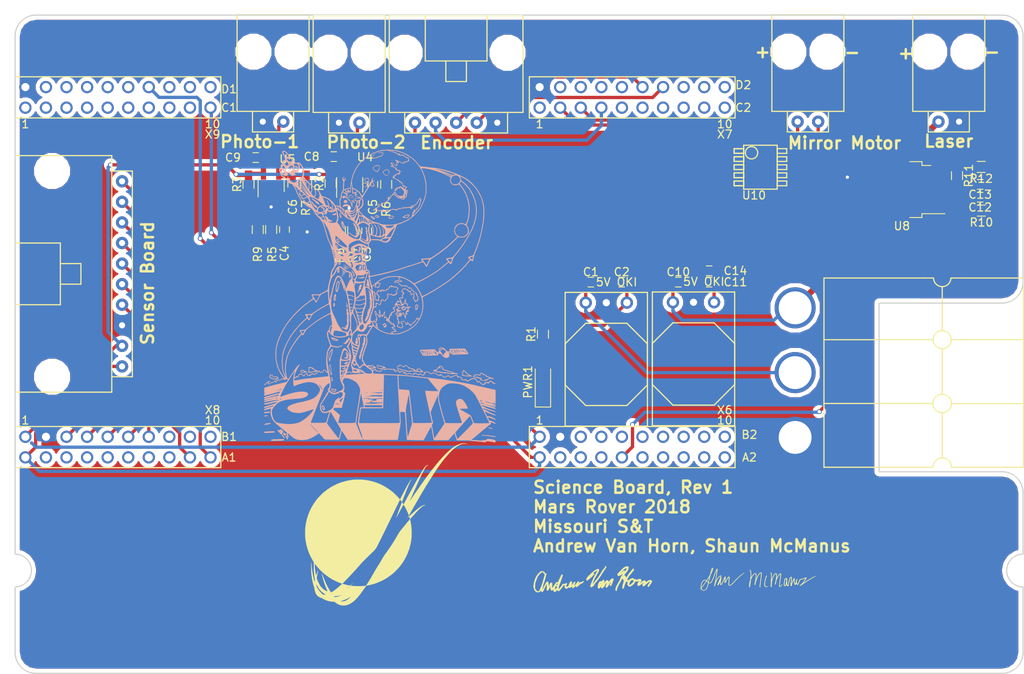
<source format=kicad_pcb>
(kicad_pcb (version 4) (host pcbnew 4.0.7)
  (title_block (title "Science Box Board") (date 2018-03-25) (rev "Rev 1") (company "Mars Rover Design Team") (comment 1 "Shaun McManus") (comment 2 "Andrew Van Horn"))
  (layers (0 F.Cu signal) (31 B.Cu signal) (34 B.Paste user) (35 F.Paste user) (36 B.SilkS user) (37 F.SilkS user) (38 B.Mask user) (39 F.Mask user) (44 Edge.Cuts user))
  (net 0 "")
  (net 1 LOGIC-12V)
  (net 2 GND)
  (net 3 LOGIC-5V)
  (net 4 "Net-(C3-Pad2)")
  (net 5 "Net-(C4-Pad2)")
  (net 6 "Net-(C5-Pad1)")
  (net 7 "Net-(C5-Pad2)")
  (net 8 "Net-(C6-Pad1)")
  (net 9 "Net-(C6-Pad2)")
  (net 10 ACT-12V)
  (net 11 ACT-5V)
  (net 12 "Net-(C13-Pad2)")
  (net 13 "Net-(PWR1-Pad2)")
  (net 14 LASER-CTRL_AIN_7)
  (net 15 "Net-(R11-Pad1)")
  (net 16 magINCn)
  (net 17 magDECn)
  (net 18 "Net-(U7-PadRese)")
  (net 19 MOTOR_IN1)
  (net 20 MOTOR_IN2)
  (net 21 LINEAR_ENCODER)
  (net 22 METHANE_AIN_3)
  (net 23 AMMONIA_AIN_2)
  (net 24 UV_AIN_1)
  (net 25 HUMIDITY_AIN_0)
  (net 26 TEMP_AIN_4)
  (net 27 PRESSURE_I2C_0-SCL)
  (net 28 PRESSURE_I2C_0-SDA)
  (net 29 "Net-(U10-Pad9)")
  (net 30 "Net-(U10-Pad7)")
  (net 31 PHOTODIODE_1)
  (net 32 +3V3)
  (module MRDT_Shields:TM4C129E_Launchpad_FULL_Booster (layer F.Cu) (at 118.0084 127.3048)
    (fp_text reference U7 hide)
    (fp_text value TM4C129E_Launchpad_Full hide)
    (fp_text user 1 (at 1.27 -42.418 180) (layer F.SilkS))
    (fp_text user 10 (at 24.384 -42.418 180) (layer F.SilkS))
    (fp_text user 1 (at 1.27 -5.842 180) (layer F.SilkS))
    (fp_text user 10 (at 24.384 -5.842 180) (layer F.SilkS))
    (fp_text user 1 (at 64.77 -42.418 180) (layer F.SilkS))
    (fp_text user 10 (at 87.63 -42.418 180) (layer F.SilkS))
    (fp_text user 10 (at 87.63 -5.842 180) (layer F.SilkS))
    (fp_text user 1 (at 64.77 -5.842 180) (layer F.SilkS))
    (fp_text user X9 (at 24.384 -41.148 180) (layer F.SilkS))
    (fp_text user X8 (at 24.384 -7.112 180) (layer F.SilkS))
    (fp_text user X7 (at 87.63 -41.148 180) (layer F.SilkS))
    (fp_text user X6 (at 87.63 -7.112) (layer F.SilkS))
    (fp_text user C1 (at 26.416 -44.45 180) (layer F.SilkS))
    (fp_text user D1 (at 26.416 -46.736 180) (layer F.SilkS))
    (fp_text user C2 (at 89.916 -44.45 180) (layer F.SilkS))
    (fp_text user D2 (at 89.916 -47.244) (layer F.SilkS))
    (fp_text user B1 (at 26.416 -3.81 180) (layer F.SilkS))
    (fp_text user A1 (at 26.416 -1.27 180) (layer F.SilkS))
    (fp_text user B2 (at 90.678 -4.064 180) (layer F.SilkS))
    (fp_text user A2 (at 90.678 -1.27 180) (layer F.SilkS))
    (pad +3V3 thru_hole circle (at 64.77 -1.27 180) (size 1.52 1.52) (drill 1) (layers *.Cu *.Mask F.Paste) (net 32 +3V3))
    (pad PM6 thru_hole circle (at 87.63 -46.99 180) (size 1.52 1.52) (drill 1) (layers *.Cu *.Mask F.Paste))
    (pad PQ1 thru_hole circle (at 85.09 -46.99 180) (size 1.52 1.52) (drill 1) (layers *.Cu *.Mask F.Paste))
    (pad PQ2 thru_hole circle (at 77.47 -46.99 180) (size 1.52 1.52) (drill 1) (layers *.Cu *.Mask F.Paste) (net 16 magINCn))
    (pad PK0 thru_hole circle (at 74.93 -3.81 180) (size 1.52 1.52) (drill 1) (layers *.Cu *.Mask F.Paste))
    (pad PQ3 thru_hole circle (at 80.01 -46.99 180) (size 1.52 1.52) (drill 1) (layers *.Cu *.Mask F.Paste) (net 17 magDECn))
    (pad PP3 thru_hole circle (at 82.55 -46.99 180) (size 1.52 1.52) (drill 1) (layers *.Cu *.Mask F.Paste))
    (pad PQ0 thru_hole circle (at 80.01 -1.27 180) (size 1.52 1.52) (drill 1) (layers *.Cu *.Mask F.Paste))
    (pad PA4 thru_hole circle (at 85.09 -3.81 180) (size 1.52 1.52) (drill 1) (layers *.Cu *.Mask F.Paste))
    (pad Rese thru_hole circle (at 74.93 -46.99 180) (size 1.52 1.52) (drill 1) (layers *.Cu *.Mask F.Paste) (net 18 "Net-(U7-PadRese)"))
    (pad PA7 thru_hole circle (at 72.39 -46.99 180) (size 1.52 1.52) (drill 1) (layers *.Cu *.Mask F.Paste))
    (pad PN5 thru_hole circle (at 85.09 -1.27 180) (size 1.52 1.52) (drill 1) (layers *.Cu *.Mask F.Paste))
    (pad PK2 thru_hole circle (at 80.01 -3.81 180) (size 1.52 1.52) (drill 1) (layers *.Cu *.Mask F.Paste))
    (pad PK1 thru_hole circle (at 77.47 -3.81 180) (size 1.52 1.52) (drill 1) (layers *.Cu *.Mask F.Paste))
    (pad +5V thru_hole circle (at 64.77 -3.81 180) (size 1.52 1.52) (drill 1) (layers *.Cu *.Mask F.Paste) (net 3 LOGIC-5V))
    (pad GND thru_hole circle (at 67.31 -3.81 180) (size 1.52 1.52) (drill 1) (layers *.Cu *.Mask F.Paste) (net 2 GND))
    (pad PB4 thru_hole circle (at 69.85 -3.81 180) (size 1.52 1.52) (drill 1) (layers *.Cu *.Mask F.Paste))
    (pad PB5 thru_hole circle (at 72.39 -3.81 180) (size 1.52 1.52) (drill 1) (layers *.Cu *.Mask F.Paste))
    (pad PK3 thru_hole circle (at 82.55 -3.81 180) (size 1.52 1.52) (drill 1) (layers *.Cu *.Mask F.Paste))
    (pad PA5 thru_hole circle (at 87.63 -3.81 180) (size 1.52 1.52) (drill 1) (layers *.Cu *.Mask F.Paste))
    (pad PD2 thru_hole circle (at 67.31 -1.27 180) (size 1.52 1.52) (drill 1) (layers *.Cu *.Mask F.Paste))
    (pad PP0 thru_hole circle (at 69.85 -1.27 180) (size 1.52 1.52) (drill 1) (layers *.Cu *.Mask F.Paste))
    (pad PP1 thru_hole circle (at 72.39 -1.27 180) (size 1.52 1.52) (drill 1) (layers *.Cu *.Mask F.Paste))
    (pad PD4 thru_hole circle (at 74.93 -1.27 180) (size 1.52 1.52) (drill 1) (layers *.Cu *.Mask F.Paste) (net 14 LASER-CTRL_AIN_7))
    (pad PD5 thru_hole circle (at 77.47 -1.27 180) (size 1.52 1.52) (drill 1) (layers *.Cu *.Mask F.Paste))
    (pad PP4 thru_hole circle (at 82.55 -1.27 180) (size 1.52 1.52) (drill 1) (layers *.Cu *.Mask F.Paste))
    (pad PN4 thru_hole circle (at 87.63 -1.27 180) (size 1.52 1.52) (drill 1) (layers *.Cu *.Mask F.Paste))
    (pad PG1 thru_hole circle (at 64.77 -44.45 180) (size 1.52 1.52) (drill 1) (layers *.Cu *.Mask F.Paste))
    (pad PK4 thru_hole circle (at 67.31 -44.45 180) (size 1.52 1.52) (drill 1) (layers *.Cu *.Mask F.Paste) (net 19 MOTOR_IN1))
    (pad PK5 thru_hole circle (at 69.85 -44.45 180) (size 1.52 1.52) (drill 1) (layers *.Cu *.Mask F.Paste) (net 20 MOTOR_IN2))
    (pad PM0 thru_hole circle (at 72.39 -44.45 180) (size 1.52 1.52) (drill 1) (layers *.Cu *.Mask F.Paste) (net 21 LINEAR_ENCODER))
    (pad PM1 thru_hole circle (at 74.93 -44.45 180) (size 1.52 1.52) (drill 1) (layers *.Cu *.Mask F.Paste))
    (pad PM2 thru_hole circle (at 77.47 -44.45 180) (size 1.52 1.52) (drill 1) (layers *.Cu *.Mask F.Paste))
    (pad PH0 thru_hole circle (at 80.01 -44.45 180) (size 1.52 1.52) (drill 1) (layers *.Cu *.Mask F.Paste))
    (pad PH1 thru_hole circle (at 82.55 -44.45 180) (size 1.52 1.52) (drill 1) (layers *.Cu *.Mask F.Paste))
    (pad PK6 thru_hole circle (at 85.09 -44.45 180) (size 1.52 1.52) (drill 1) (layers *.Cu *.Mask F.Paste))
    (pad PK7 thru_hole circle (at 87.63 -44.45 180) (size 1.52 1.52) (drill 1) (layers *.Cu *.Mask F.Paste))
    (pad GND thru_hole circle (at 64.77 -46.99 180) (size 1.52 1.52) (drill 1) (layers *.Cu *.Mask F.Paste) (net 2 GND))
    (pad PM7 thru_hole circle (at 67.31 -46.99 180) (size 1.52 1.52) (drill 1) (layers *.Cu *.Mask F.Paste))
    (pad PP5 thru_hole circle (at 69.85 -46.99 180) (size 1.52 1.52) (drill 1) (layers *.Cu *.Mask F.Paste))
    (pad +5V thru_hole circle (at 1.27 -3.81 180) (size 1.52 1.52) (drill 1) (layers *.Cu *.Mask F.Paste) (net 3 LOGIC-5V))
    (pad GND thru_hole circle (at 3.81 -3.81 180) (size 1.52 1.52) (drill 1) (layers *.Cu *.Mask F.Paste) (net 2 GND))
    (pad PE0 thru_hole circle (at 6.35 -3.81 180) (size 1.52 1.52) (drill 1) (layers *.Cu *.Mask F.Paste) (net 22 METHANE_AIN_3))
    (pad PE1 thru_hole circle (at 8.89 -3.81 180) (size 1.52 1.52) (drill 1) (layers *.Cu *.Mask F.Paste) (net 23 AMMONIA_AIN_2))
    (pad PE2 thru_hole circle (at 11.43 -3.81 180) (size 1.52 1.52) (drill 1) (layers *.Cu *.Mask F.Paste) (net 24 UV_AIN_1))
    (pad PE3 thru_hole circle (at 13.97 -3.81 180) (size 1.52 1.52) (drill 1) (layers *.Cu *.Mask F.Paste) (net 25 HUMIDITY_AIN_0))
    (pad PD7 thru_hole circle (at 16.51 -3.81 180) (size 1.52 1.52) (drill 1) (layers *.Cu *.Mask F.Paste) (net 26 TEMP_AIN_4))
    (pad PA6 thru_hole circle (at 19.05 -3.81 180) (size 1.52 1.52) (drill 1) (layers *.Cu *.Mask F.Paste))
    (pad PM4 thru_hole circle (at 21.59 -3.81 180) (size 1.52 1.52) (drill 1) (layers *.Cu *.Mask F.Paste))
    (pad PM5 thru_hole circle (at 24.13 -3.81 180) (size 1.52 1.52) (drill 1) (layers *.Cu *.Mask F.Paste))
    (pad +3V3 thru_hole circle (at 1.27 -1.27 180) (size 1.52 1.52) (drill 1) (layers *.Cu *.Mask F.Paste) (net 32 +3V3))
    (pad PE4 thru_hole circle (at 3.81 -1.27 180) (size 1.52 1.52) (drill 1) (layers *.Cu *.Mask F.Paste))
    (pad PC4 thru_hole circle (at 6.35 -1.27 180) (size 1.52 1.52) (drill 1) (layers *.Cu *.Mask F.Paste))
    (pad PC5 thru_hole circle (at 8.89 -1.27 180) (size 1.52 1.52) (drill 1) (layers *.Cu *.Mask F.Paste))
    (pad PC6 thru_hole circle (at 11.43 -1.27 180) (size 1.52 1.52) (drill 1) (layers *.Cu *.Mask F.Paste))
    (pad PE5 thru_hole circle (at 13.97 -1.27 180) (size 1.52 1.52) (drill 1) (layers *.Cu *.Mask F.Paste))
    (pad PD3 thru_hole circle (at 16.51 -1.27 180) (size 1.52 1.52) (drill 1) (layers *.Cu *.Mask F.Paste))
    (pad PC7 thru_hole circle (at 19.05 -1.27 180) (size 1.52 1.52) (drill 1) (layers *.Cu *.Mask F.Paste))
    (pad PB2 thru_hole circle (at 21.59 -1.27 180) (size 1.52 1.52) (drill 1) (layers *.Cu *.Mask F.Paste) (net 27 PRESSURE_I2C_0-SCL))
    (pad PB3 thru_hole circle (at 24.13 -1.27 180) (size 1.52 1.52) (drill 1) (layers *.Cu *.Mask F.Paste) (net 28 PRESSURE_I2C_0-SDA))
    (pad PF1 thru_hole circle (at 1.27 -44.45 180) (size 1.52 1.52) (drill 1) (layers *.Cu *.Mask F.Paste))
    (pad PF2 thru_hole circle (at 3.81 -44.45 180) (size 1.52 1.52) (drill 1) (layers *.Cu *.Mask F.Paste))
    (pad PF3 thru_hole circle (at 6.35 -44.45 180) (size 1.52 1.52) (drill 1) (layers *.Cu *.Mask F.Paste))
    (pad PG0 thru_hole circle (at 8.89 -44.45 180) (size 1.52 1.52) (drill 1) (layers *.Cu *.Mask F.Paste))
    (pad PL4 thru_hole circle (at 11.43 -44.45 180) (size 1.52 1.52) (drill 1) (layers *.Cu *.Mask F.Paste))
    (pad PL5 thru_hole circle (at 13.97 -44.45 180) (size 1.52 1.52) (drill 1) (layers *.Cu *.Mask F.Paste))
    (pad PL0 thru_hole circle (at 16.51 -44.45 180) (size 1.52 1.52) (drill 1) (layers *.Cu *.Mask F.Paste))
    (pad PL1 thru_hole circle (at 19.05 -44.45 180) (size 1.52 1.52) (drill 1) (layers *.Cu *.Mask F.Paste))
    (pad PL2 thru_hole circle (at 21.59 -44.45 180) (size 1.52 1.52) (drill 1) (layers *.Cu *.Mask F.Paste))
    (pad PL3 thru_hole circle (at 24.13 -44.45 180) (size 1.52 1.52) (drill 1) (layers *.Cu *.Mask F.Paste))
    (pad GND thru_hole circle (at 1.27 -46.99 180) (size 1.52 1.52) (drill 1) (layers *.Cu *.Mask F.Paste) (net 2 GND))
    (pad PM3 thru_hole circle (at 3.81 -46.99 180) (size 1.52 1.52) (drill 1) (layers *.Cu *.Mask F.Paste))
    (pad PH2 thru_hole circle (at 6.35 -46.99 180) (size 1.52 1.52) (drill 1) (layers *.Cu *.Mask F.Paste))
    (pad PH3 thru_hole circle (at 8.89 -46.99 180) (size 1.52 1.52) (drill 1) (layers *.Cu *.Mask F.Paste))
    (pad Rese thru_hole circle (at 11.43 -46.99 180) (size 1.52 1.52) (drill 1) (layers *.Cu *.Mask F.Paste) (net 18 "Net-(U7-PadRese)"))
    (pad PD1 thru_hole circle (at 13.97 -46.99 180) (size 1.52 1.52) (drill 1) (layers *.Cu *.Mask F.Paste))
    (pad PD0 thru_hole circle (at 16.51 -46.99 180) (size 1.52 1.52) (drill 1) (layers *.Cu *.Mask F.Paste) (net 31 PHOTODIODE_1))
    (pad PN2 thru_hole circle (at 19.05 -46.99 180) (size 1.52 1.52) (drill 1) (layers *.Cu *.Mask F.Paste))
    (pad PN3 thru_hole circle (at 21.59 -46.99 180) (size 1.52 1.52) (drill 1) (layers *.Cu *.Mask F.Paste))
    (pad PP2 thru_hole circle (at 24.13 -46.99 180) (size 1.52 1.52) (drill 1) (layers *.Cu *.Mask F.Paste))
  )
  (module MRDT_ICs:SOIC_10NB_2 (layer F.Cu) (at 206.7856 87.9148 270)
    (fp_text reference U10 (at 5.7604 -2.4596 360) (layer F.SilkS))
    (fp_text value LB1930MC)
    (pad 10 smd rect (at 0.29 -5.91 270) (size 0.58 1.18) (layers F.Cu F.Paste F.Mask))
    (pad 9 smd rect (at 1.29 -5.91 270) (size 0.58 1.18) (layers F.Cu F.Paste F.Mask) (net 29 "Net-(U10-Pad9)"))
    (pad 8 smd rect (at 2.29 -5.91 270) (size 0.58 1.18) (layers F.Cu F.Paste F.Mask))
    (pad 7 smd rect (at 3.29 -5.91 270) (size 0.58 1.18) (layers F.Cu F.Paste F.Mask) (net 30 "Net-(U10-Pad7)"))
    (pad 6 smd rect (at 4.29 -5.91 270) (size 0.58 1.18) (layers F.Cu F.Paste F.Mask) (net 2 GND))
    (pad 1 smd rect (at 0.29 -0.58 270) (size 0.58 1.18) (layers F.Cu F.Paste F.Mask) (net 11 ACT-5V))
    (pad 2 smd rect (at 1.29 -0.58 270) (size 0.58 1.18) (layers F.Cu F.Paste F.Mask))
    (pad 3 smd rect (at 2.29 -0.59 270) (size 0.58 1.18) (layers F.Cu F.Paste F.Mask) (net 19 MOTOR_IN1))
    (pad 4 smd rect (at 3.29 -0.59 270) (size 0.58 1.18) (layers F.Cu F.Paste F.Mask) (net 20 MOTOR_IN2))
    (pad 5 smd rect (at 4.29 -0.59 270) (size 0.58 1.18) (layers F.Cu F.Paste F.Mask) (net 2 GND))
  )
  (module MRDT_Connectors:MOLEX_SL_5_Horizontal (layer F.Cu) (at 172.466 84.709)
    (fp_text reference U13 hide)
    (fp_text value Molex_SL_5)
    (pad 1 thru_hole circle (at -5.08 0) (size 1.524 1.524) (drill 0.762) (layers *.Cu *.Mask) (net 32 +3V3))
    (pad 2 thru_hole circle (at -2.54 0) (size 1.524 1.524) (drill 0.762) (layers *.Cu *.Mask) (net 21 LINEAR_ENCODER))
    (pad 3 thru_hole circle (at 0 0) (size 1.524 1.524) (drill 0.762) (layers *.Cu *.Mask) (net 16 magINCn))
    (pad 4 thru_hole circle (at 2.54 0) (size 1.524 1.524) (drill 0.762) (layers *.Cu *.Mask) (net 17 magDECn))
    (pad 5 thru_hole circle (at 5.08 0) (size 1.524 1.524) (drill 0.762) (layers *.Cu *.Mask) (net 2 GND))
    (pad "" np_thru_hole circle (at -6.35 -8.636) (size 3.45 3.45) (drill 3.45) (layers *.Cu *.Mask))
    (pad "" np_thru_hole circle (at 6.35 -8.636) (size 3.45 3.45) (drill 3.45) (layers *.Cu *.Mask))
  )
  (module MRDT_Connectors:Anderson_3_Horisontal_Side_by_Side (layer F.Cu) (at 217.9066 103.887 180)
    (fp_text reference C7 hide)
    (fp_text value Anderson_3)
    (pad 3 thru_hole circle (at 3.5814 -3.684 180) (size 5.08 5.08) (drill 4.06) (layers *.Cu *.Mask F.Paste) (net 10 ACT-12V))
    (pad 2 thru_hole circle (at 3.5814 -11.683 180) (size 5.08 5.08) (drill 4.06) (layers *.Cu *.Mask F.Paste) (net 1 LOGIC-12V))
    (pad 1 thru_hole circle (at 3.5814 -19.684 180) (size 5.08 5.08) (drill 4.06) (layers *.Cu *.Mask F.Paste) (net 2 GND))
  )
  (module Capacitors_SMD:C_0603_HandSoldering (layer F.Cu) (at 192.913 104.394)
    (fp_text reference C2 (at 0 -1.25) (layer F.SilkS))
    (fp_text value 10uF)
    (pad 1 smd rect (at -0.95 0) (size 1.2 0.75) (layers F.Cu F.Paste F.Mask) (net 2 GND))
    (pad 2 smd rect (at 0.95 0) (size 1.2 0.75) (layers F.Cu F.Paste F.Mask) (net 3 LOGIC-5V))
  )
  (module MRDT_Connectors:MOLEX_SL_10_Horizontal (layer F.Cu) (at 131.2164 103.378 90)
    (fp_text reference U11 hide)
    (fp_text value Molex_SL-10)
    (pad 1 thru_hole circle (at -11.43 0 90) (size 1.524 1.524) (drill 0.762) (layers *.Cu *.Mask) (net 32 +3V3))
    (pad 2 thru_hole circle (at -8.89 0 90) (size 1.524 1.524) (drill 0.762) (layers *.Cu *.Mask) (net 3 LOGIC-5V))
    (pad 3 thru_hole circle (at -6.35 0 90) (size 1.524 1.524) (drill 0.762) (layers *.Cu *.Mask) (net 2 GND))
    (pad 4 thru_hole circle (at -3.81 0 90) (size 1.524 1.524) (drill 0.762) (layers *.Cu *.Mask) (net 22 METHANE_AIN_3))
    (pad 5 thru_hole circle (at -1.27 0 90) (size 1.524 1.524) (drill 0.762) (layers *.Cu *.Mask) (net 23 AMMONIA_AIN_2))
    (pad "" np_thru_hole circle (at -12.7 -8.636 90) (size 3.45 3.45) (drill 3.45) (layers *.Cu *.Mask))
    (pad "" np_thru_hole circle (at 12.7 -8.636 90) (size 3.45 3.45) (drill 3.45) (layers *.Cu *.Mask))
    (pad 6 thru_hole circle (at 1.27 0 90) (size 1.524 1.524) (drill 0.762) (layers *.Cu *.Mask) (net 24 UV_AIN_1))
    (pad 7 thru_hole circle (at 3.81 0 90) (size 1.524 1.524) (drill 0.762) (layers *.Cu *.Mask) (net 25 HUMIDITY_AIN_0))
    (pad 8 thru_hole circle (at 6.35 0 90) (size 1.524 1.524) (drill 0.762) (layers *.Cu *.Mask) (net 26 TEMP_AIN_4))
    (pad 9 thru_hole circle (at 8.89 0 90) (size 1.524 1.524) (drill 0.762) (layers *.Cu *.Mask) (net 27 PRESSURE_I2C_0-SCL))
    (pad 10 thru_hole circle (at 11.43 0 90) (size 1.524 1.524) (drill 0.762) (layers *.Cu *.Mask) (net 28 PRESSURE_I2C_0-SDA))
  )
  (module Capacitors_SMD:C_0603_HandSoldering (layer F.Cu) (at 189.103 104.394)
    (fp_text reference C1 (at 0 -1.25) (layer F.SilkS))
    (fp_text value 10uF)
    (pad 1 smd rect (at -0.95 0) (size 1.2 0.75) (layers F.Cu F.Paste F.Mask) (net 1 LOGIC-12V))
    (pad 2 smd rect (at 0.95 0) (size 1.2 0.75) (layers F.Cu F.Paste F.Mask) (net 2 GND))
  )
  (module Capacitors_SMD:C_0603_HandSoldering (layer F.Cu) (at 161.417 98.044 90)
    (fp_text reference C3 (at -2.921 0 90) (layer F.SilkS))
    (fp_text value 1uF)
    (pad 1 smd rect (at -0.95 0 90) (size 1.2 0.75) (layers F.Cu F.Paste F.Mask) (net 2 GND))
    (pad 2 smd rect (at 0.95 0 90) (size 1.2 0.75) (layers F.Cu F.Paste F.Mask) (net 4 "Net-(C3-Pad2)"))
  )
  (module Capacitors_SMD:C_0603_HandSoldering (layer F.Cu) (at 151.274308 97.905966 90)
    (fp_text reference C4 (at -2.921 0 90) (layer F.SilkS))
    (fp_text value 1uF)
    (pad 1 smd rect (at -0.95 0 90) (size 1.2 0.75) (layers F.Cu F.Paste F.Mask) (net 2 GND))
    (pad 2 smd rect (at 0.95 0 90) (size 1.2 0.75) (layers F.Cu F.Paste F.Mask) (net 5 "Net-(C4-Pad2)"))
  )
  (module Capacitors_SMD:C_0603_HandSoldering (layer F.Cu) (at 162.179 92.329 90)
    (fp_text reference C5 (at -2.794 0 90) (layer F.SilkS))
    (fp_text value 2.7pF)
    (pad 1 smd rect (at -0.95 0 90) (size 1.2 0.75) (layers F.Cu F.Paste F.Mask) (net 6 "Net-(C5-Pad1)"))
    (pad 2 smd rect (at 0.95 0 90) (size 1.2 0.75) (layers F.Cu F.Paste F.Mask) (net 7 "Net-(C5-Pad2)"))
  )
  (module Capacitors_SMD:C_0603_HandSoldering (layer F.Cu) (at 152.290308 92.317966 90)
    (fp_text reference C6 (at -2.794 0 90) (layer F.SilkS))
    (fp_text value 2.7pF)
    (pad 1 smd rect (at -0.95 0 90) (size 1.2 0.75) (layers F.Cu F.Paste F.Mask) (net 8 "Net-(C6-Pad1)"))
    (pad 2 smd rect (at 0.95 0 90) (size 1.2 0.75) (layers F.Cu F.Paste F.Mask) (net 9 "Net-(C6-Pad2)"))
  )
  (module Capacitors_SMD:C_0603_HandSoldering (layer F.Cu) (at 157.353 88.9)
    (fp_text reference C8 (at -2.7305 0 180) (layer F.SilkS))
    (fp_text value .1uF)
    (pad 1 smd rect (at -0.95 0) (size 1.2 0.75) (layers F.Cu F.Paste F.Mask) (net 2 GND))
    (pad 2 smd rect (at 0.95 0) (size 1.2 0.75) (layers F.Cu F.Paste F.Mask) (net 3 LOGIC-5V))
  )
  (module Capacitors_SMD:C_0603_HandSoldering (layer F.Cu) (at 147.718308 89.015966)
    (fp_text reference C9 (at -2.811308 0 180) (layer F.SilkS))
    (fp_text value .1uF)
    (pad 1 smd rect (at -0.95 0) (size 1.2 0.75) (layers F.Cu F.Paste F.Mask) (net 2 GND))
    (pad 2 smd rect (at 0.95 0) (size 1.2 0.75) (layers F.Cu F.Paste F.Mask) (net 3 LOGIC-5V))
  )
  (module Capacitors_SMD:C_0603_HandSoldering (layer F.Cu) (at 199.898 104.394)
    (fp_text reference C10 (at 0 -1.25) (layer F.SilkS))
    (fp_text value 10uF)
    (pad 1 smd rect (at -0.95 0) (size 1.2 0.75) (layers F.Cu F.Paste F.Mask) (net 10 ACT-12V))
    (pad 2 smd rect (at 0.95 0) (size 1.2 0.75) (layers F.Cu F.Paste F.Mask) (net 2 GND))
  )
  (module Capacitors_SMD:C_0603_HandSoldering (layer F.Cu) (at 203.708 104.394)
    (fp_text reference C11 (at 3.2385 0) (layer F.SilkS))
    (fp_text value 10uF)
    (pad 1 smd rect (at -0.95 0) (size 1.2 0.75) (layers F.Cu F.Paste F.Mask) (net 2 GND))
    (pad 2 smd rect (at 0.95 0) (size 1.2 0.75) (layers F.Cu F.Paste F.Mask) (net 11 ACT-5V))
  )
  (module Capacitors_SMD:C_0603_HandSoldering (layer F.Cu) (at 237.1725 93.9165 180)
    (fp_text reference C12 (at 0 -1.25 180) (layer F.SilkS))
    (fp_text value 33uF)
    (pad 1 smd rect (at -0.95 0 180) (size 1.2 0.75) (layers F.Cu F.Paste F.Mask) (net 2 GND))
    (pad 2 smd rect (at 0.95 0 180) (size 1.2 0.75) (layers F.Cu F.Paste F.Mask) (net 10 ACT-12V))
  )
  (module Capacitors_SMD:C_0603_HandSoldering (layer F.Cu) (at 237.1725 92.329 180)
    (fp_text reference C13 (at 0 -1.25 180) (layer F.SilkS))
    (fp_text value 22uF)
    (pad 1 smd rect (at -0.95 0 180) (size 1.2 0.75) (layers F.Cu F.Paste F.Mask) (net 2 GND))
    (pad 2 smd rect (at 0.95 0 180) (size 1.2 0.75) (layers F.Cu F.Paste F.Mask) (net 12 "Net-(C13-Pad2)"))
  )
  (module Capacitors_SMD:C_0603_HandSoldering (layer F.Cu) (at 203.7105 102.997)
    (fp_text reference C14 (at 3.236 0) (layer F.SilkS))
    (fp_text value 1uF)
    (pad 1 smd rect (at -0.95 0) (size 1.2 0.75) (layers F.Cu F.Paste F.Mask) (net 2 GND))
    (pad 2 smd rect (at 0.95 0) (size 1.2 0.75) (layers F.Cu F.Paste F.Mask) (net 11 ACT-5V))
  )
  (module LEDs:LED_1206_HandSoldering (layer F.Cu) (at 183.1848 116.7196 90)
    (fp_text reference PWR1 (at 0 -1.85 90) (layer F.SilkS))
    (fp_text value LED)
    (pad 1 smd rect (at -2 0 90) (size 2 1.7) (layers F.Cu F.Paste F.Mask) (net 2 GND))
    (pad 2 smd rect (at 2 0 90) (size 2 1.7) (layers F.Cu F.Paste F.Mask) (net 13 "Net-(PWR1-Pad2)"))
  )
  (module Resistors_SMD:R_0603_HandSoldering (layer F.Cu) (at 183.1848 110.828 90)
    (fp_text reference R1 (at 0 -1.45 90) (layer F.SilkS))
    (fp_text value 500)
    (pad 1 smd rect (at -1.1 0 90) (size 1.2 0.9) (layers F.Cu F.Paste F.Mask) (net 13 "Net-(PWR1-Pad2)"))
    (pad 2 smd rect (at 1.1 0 90) (size 1.2 0.9) (layers F.Cu F.Paste F.Mask) (net 3 LOGIC-5V))
  )
  (module Resistors_SMD:R_0603_HandSoldering (layer F.Cu) (at 156.972 92.202 270)
    (fp_text reference R2 (at 0 1.397 270) (layer F.SilkS))
    (fp_text value 13.7k)
    (pad 1 smd rect (at -1.1 0 270) (size 1.2 0.9) (layers F.Cu F.Paste F.Mask) (net 3 LOGIC-5V))
    (pad 2 smd rect (at 1.1 0 270) (size 1.2 0.9) (layers F.Cu F.Paste F.Mask) (net 4 "Net-(C3-Pad2)"))
  )
  (module Resistors_SMD:R_0603_HandSoldering (layer F.Cu) (at 146.829308 92.317966 270)
    (fp_text reference R3 (at 0 1.397 270) (layer F.SilkS))
    (fp_text value 13.7k)
    (pad 1 smd rect (at -1.1 0 270) (size 1.2 0.9) (layers F.Cu F.Paste F.Mask) (net 3 LOGIC-5V))
    (pad 2 smd rect (at 1.1 0 270) (size 1.2 0.9) (layers F.Cu F.Paste F.Mask) (net 5 "Net-(C4-Pad2)"))
  )
  (module Resistors_SMD:R_0603_HandSoldering (layer F.Cu) (at 159.766 98.044 270)
    (fp_text reference R4 (at 3.048 0 270) (layer F.SilkS))
    (fp_text value 280)
    (pad 1 smd rect (at -1.1 0 270) (size 1.2 0.9) (layers F.Cu F.Paste F.Mask) (net 4 "Net-(C3-Pad2)"))
    (pad 2 smd rect (at 1.1 0 270) (size 1.2 0.9) (layers F.Cu F.Paste F.Mask) (net 2 GND))
  )
  (module Resistors_SMD:R_0603_HandSoldering (layer F.Cu) (at 149.623308 97.905966 270)
    (fp_text reference R5 (at 3.048 -0.127 270) (layer F.SilkS))
    (fp_text value 280)
    (pad 1 smd rect (at -1.1 0 270) (size 1.2 0.9) (layers F.Cu F.Paste F.Mask) (net 5 "Net-(C4-Pad2)"))
    (pad 2 smd rect (at 1.1 0 270) (size 1.2 0.9) (layers F.Cu F.Paste F.Mask) (net 2 GND))
  )
  (module Resistors_SMD:R_0603_HandSoldering (layer F.Cu) (at 163.83 92.329 270)
    (fp_text reference R6 (at 3.048 0 270) (layer F.SilkS))
    (fp_text value 32.3k)
    (pad 1 smd rect (at -1.1 0 270) (size 1.2 0.9) (layers F.Cu F.Paste F.Mask) (net 7 "Net-(C5-Pad2)"))
    (pad 2 smd rect (at 1.1 0 270) (size 1.2 0.9) (layers F.Cu F.Paste F.Mask) (net 6 "Net-(C5-Pad1)"))
  )
  (module Resistors_SMD:R_0603_HandSoldering (layer F.Cu) (at 153.941308 92.317966 270)
    (fp_text reference R7 (at 2.932034 0.017308 270) (layer F.SilkS))
    (fp_text value 32.3k)
    (pad 1 smd rect (at -1.1 0 270) (size 1.2 0.9) (layers F.Cu F.Paste F.Mask) (net 9 "Net-(C6-Pad2)"))
    (pad 2 smd rect (at 1.1 0 270) (size 1.2 0.9) (layers F.Cu F.Paste F.Mask) (net 8 "Net-(C6-Pad1)"))
  )
  (module Resistors_SMD:R_0603_HandSoldering (layer F.Cu) (at 158.115 98.044 270)
    (fp_text reference R8 (at 3.048 0 270) (layer F.SilkS))
    (fp_text value 49.9)
    (pad 1 smd rect (at -1.1 0 270) (size 1.2 0.9) (layers F.Cu F.Paste F.Mask) (net 6 "Net-(C5-Pad1)"))
    (pad 2 smd rect (at 1.1 0 270) (size 1.2 0.9) (layers F.Cu F.Paste F.Mask) (net 31 PHOTODIODE_1))
  )
  (module Resistors_SMD:R_0603_HandSoldering (layer F.Cu) (at 147.972308 97.905966 270)
    (fp_text reference R9 (at 3.048 0 450) (layer F.SilkS))
    (fp_text value 49.9)
    (pad 1 smd rect (at -1.1 0 270) (size 1.2 0.9) (layers F.Cu F.Paste F.Mask) (net 8 "Net-(C6-Pad1)"))
    (pad 2 smd rect (at 1.1 0 270) (size 1.2 0.9) (layers F.Cu F.Paste F.Mask))
  )
  (module Resistors_SMD:R_0603_HandSoldering (layer F.Cu) (at 237.32 95.5675 180)
    (fp_text reference R10 (at 0 -1.45 180) (layer F.SilkS))
    (fp_text value 10k)
    (pad 1 smd rect (at -1.1 0 180) (size 1.2 0.9) (layers F.Cu F.Paste F.Mask) (net 2 GND))
    (pad 2 smd rect (at 1.1 0 180) (size 1.2 0.9) (layers F.Cu F.Paste F.Mask) (net 14 LASER-CTRL_AIN_7))
  )
  (module Resistors_SMD:R_0603_HandSoldering (layer F.Cu) (at 234.315 91.2495 270)
    (fp_text reference R11 (at 0 -1.45 270) (layer F.SilkS))
    (fp_text value 3.92k)
    (pad 1 smd rect (at -1.1 0 270) (size 1.2 0.9) (layers F.Cu F.Paste F.Mask) (net 15 "Net-(R11-Pad1)"))
    (pad 2 smd rect (at 1.1 0 270) (size 1.2 0.9) (layers F.Cu F.Paste F.Mask) (net 12 "Net-(C13-Pad2)"))
  )
  (module Resistors_SMD:R_0603_HandSoldering (layer F.Cu) (at 237.2995 90.17 180)
    (fp_text reference R12 (at 0 -1.45 180) (layer F.SilkS))
    (fp_text value 5k)
    (pad 1 smd rect (at -1.1 0 180) (size 1.2 0.9) (layers F.Cu F.Paste F.Mask) (net 2 GND))
    (pad 2 smd rect (at 1.1 0 180) (size 1.2 0.9) (layers F.Cu F.Paste F.Mask) (net 15 "Net-(R11-Pad1)"))
  )
  (module MRDT_Connectors:MOLEX_SL_2_Horizontal (layer F.Cu) (at 159.258 84.709)
    (fp_text reference U1 hide)
    (fp_text value Molex_SL-2)
    (pad "" np_thru_hole circle (at -2.415 -8.64) (size 3.45 3.45) (drill 3.45) (layers *.Cu *.Mask))
    (pad 1 thru_hole circle (at -1.27 0) (size 1.524 1.524) (drill 0.762) (layers *.Cu *.Mask) (net 2 GND))
    (pad 2 thru_hole circle (at 1.27 0) (size 1.524 1.524) (drill 0.762) (layers *.Cu *.Mask) (net 7 "Net-(C5-Pad2)"))
    (pad "" np_thru_hole circle (at 2.413 -8.636) (size 3.45 3.45) (drill 3.45) (layers *.Cu *.Mask))
  )
  (module MRDT_Connectors:MOLEX_SL_2_Horizontal (layer F.Cu) (at 149.86 84.582)
    (fp_text reference U2 hide)
    (fp_text value Molex_SL-2)
    (pad "" np_thru_hole circle (at -2.415 -8.64) (size 3.45 3.45) (drill 3.45) (layers *.Cu *.Mask))
    (pad 1 thru_hole circle (at -1.27 0) (size 1.524 1.524) (drill 0.762) (layers *.Cu *.Mask) (net 2 GND))
    (pad 2 thru_hole circle (at 1.27 0) (size 1.524 1.524) (drill 0.762) (layers *.Cu *.Mask) (net 9 "Net-(C6-Pad2)"))
    (pad "" np_thru_hole circle (at 2.413 -8.636) (size 3.45 3.45) (drill 3.45) (layers *.Cu *.Mask))
  )
  (module MRDT_Devices:OKI_Horisontal (layer F.Cu) (at 185.928 105.664)
    (fp_text reference U3 hide)
    (fp_text value "5V OKI" (at 6.35 -1.27) (layer F.SilkS))
    (pad 1 thru_hole circle (at 2.54 1.27) (size 1.524 1.524) (drill 0.889) (layers *.Cu *.Mask) (net 1 LOGIC-12V))
    (pad 2 thru_hole circle (at 5.08 1.27) (size 1.524 1.524) (drill 0.889) (layers *.Cu *.Mask) (net 2 GND))
    (pad 3 thru_hole circle (at 7.62 1.27) (size 1.524 1.524) (drill 0.889) (layers *.Cu *.Mask) (net 3 LOGIC-5V))
  )
  (module TO_SOT_Packages_SMD:SOT-23-5_HandSoldering (layer F.Cu) (at 159.324 92.376 90)
    (fp_text reference U4 (at 3.4125 1.9025 180) (layer F.SilkS))
    (fp_text value OPA320)
    (pad 1 smd rect (at -1.35 -0.95 90) (size 1.56 0.65) (layers F.Cu F.Paste F.Mask) (net 6 "Net-(C5-Pad1)"))
    (pad 2 smd rect (at -1.35 0 90) (size 1.56 0.65) (layers F.Cu F.Paste F.Mask) (net 2 GND))
    (pad 3 smd rect (at -1.35 0.95 90) (size 1.56 0.65) (layers F.Cu F.Paste F.Mask) (net 4 "Net-(C3-Pad2)"))
    (pad 4 smd rect (at 1.35 0.95 90) (size 1.56 0.65) (layers F.Cu F.Paste F.Mask) (net 7 "Net-(C5-Pad2)"))
    (pad 5 smd rect (at 1.35 -0.95 90) (size 1.56 0.65) (layers F.Cu F.Paste F.Mask) (net 3 LOGIC-5V))
  )
  (module TO_SOT_Packages_SMD:SOT-23-5_HandSoldering (layer F.Cu) (at 149.623308 92.317966 90)
    (fp_text reference U5 (at 3.100466 2.014692 180) (layer F.SilkS))
    (fp_text value OPA320)
    (pad 1 smd rect (at -1.35 -0.95 90) (size 1.56 0.65) (layers F.Cu F.Paste F.Mask) (net 8 "Net-(C6-Pad1)"))
    (pad 2 smd rect (at -1.35 0 90) (size 1.56 0.65) (layers F.Cu F.Paste F.Mask) (net 2 GND))
    (pad 3 smd rect (at -1.35 0.95 90) (size 1.56 0.65) (layers F.Cu F.Paste F.Mask) (net 5 "Net-(C4-Pad2)"))
    (pad 4 smd rect (at 1.35 0.95 90) (size 1.56 0.65) (layers F.Cu F.Paste F.Mask) (net 9 "Net-(C6-Pad2)"))
    (pad 5 smd rect (at 1.35 -0.95 90) (size 1.56 0.65) (layers F.Cu F.Paste F.Mask) (net 3 LOGIC-5V))
  )
  (module MRDT_Devices:OKI_Horisontal (layer F.Cu) (at 196.6976 105.6132)
    (fp_text reference U6 hide)
    (fp_text value "5V OKI" (at 6.35 -1.27) (layer F.SilkS))
    (pad 1 thru_hole circle (at 2.54 1.27) (size 1.524 1.524) (drill 0.889) (layers *.Cu *.Mask) (net 10 ACT-12V))
    (pad 2 thru_hole circle (at 5.08 1.27) (size 1.524 1.524) (drill 0.889) (layers *.Cu *.Mask) (net 2 GND))
    (pad 3 thru_hole circle (at 7.62 1.27) (size 1.524 1.524) (drill 0.889) (layers *.Cu *.Mask) (net 11 ACT-5V))
  )
  (module TO_SOT_Packages_SMD:TO-252-5_TabPin3 (layer F.Cu) (at 227.5115 92.97 180)
    (fp_text reference U8 (at 0 -4.5 180) (layer F.SilkS))
    (fp_text value BA00DD0WHFP)
    (pad 1 smd rect (at -4.2 -2.28 180) (size 2.2 0.8) (layers F.Cu F.Paste F.Mask) (net 14 LASER-CTRL_AIN_7))
    (pad 2 smd rect (at -4.2 -1.14 180) (size 2.2 0.8) (layers F.Cu F.Paste F.Mask) (net 10 ACT-12V))
    (pad 3 smd rect (at -4.2 0 180) (size 2.2 0.8) (layers F.Cu F.Paste F.Mask) (net 2 GND))
    (pad 4 smd rect (at -4.2 1.14 180) (size 2.2 0.8) (layers F.Cu F.Paste F.Mask) (net 12 "Net-(C13-Pad2)"))
    (pad 5 smd rect (at -4.2 2.28 180) (size 2.2 0.8) (layers F.Cu F.Paste F.Mask) (net 15 "Net-(R11-Pad1)"))
    (pad 3 smd rect (at 2.1 0 180) (size 6.4 5.8) (layers F.Cu F.Mask) (net 2 GND))
    (pad 3 smd rect (at 3.775 1.525 180) (size 3.05 2.75) (layers F.Cu F.Paste) (net 2 GND))
    (pad 3 smd rect (at 0.425 -1.525 180) (size 3.05 2.75) (layers F.Cu F.Paste) (net 2 GND))
    (pad 3 smd rect (at 3.775 -1.525 180) (size 3.05 2.75) (layers F.Cu F.Paste) (net 2 GND))
    (pad 3 smd rect (at 0.425 1.525 180) (size 3.05 2.75) (layers F.Cu F.Paste) (net 2 GND))
  )
  (module MRDT_Connectors:MOLEX_SL_2_Horizontal (layer F.Cu) (at 215.9 84.582)
    (fp_text reference U9 hide)
    (fp_text value Molex_SL_2)
    (pad "" np_thru_hole circle (at -2.415 -8.64) (size 3.45 3.45) (drill 3.45) (layers *.Cu *.Mask))
    (pad 1 thru_hole circle (at -1.27 0) (size 1.524 1.524) (drill 0.762) (layers *.Cu *.Mask) (net 29 "Net-(U10-Pad9)"))
    (pad 2 thru_hole circle (at 1.27 0) (size 1.524 1.524) (drill 0.762) (layers *.Cu *.Mask) (net 30 "Net-(U10-Pad7)"))
    (pad "" np_thru_hole circle (at 2.413 -8.636) (size 3.45 3.45) (drill 3.45) (layers *.Cu *.Mask))
  )
  (module MRDT_Connectors:MOLEX_SL_2_Horizontal (layer F.Cu) (at 233.299 84.582)
    (fp_text reference U12 hide)
    (fp_text value Molex_SL_2)
    (pad "" np_thru_hole circle (at -2.415 -8.64) (size 3.45 3.45) (drill 3.45) (layers *.Cu *.Mask))
    (pad 1 thru_hole circle (at -1.27 0) (size 1.524 1.524) (drill 0.762) (layers *.Cu *.Mask) (net 12 "Net-(C13-Pad2)"))
    (pad 2 thru_hole circle (at 1.27 0) (size 1.524 1.524) (drill 0.762) (layers *.Cu *.Mask) (net 2 GND))
    (pad "" np_thru_hole circle (at 2.413 -8.636) (size 3.45 3.45) (drill 3.45) (layers *.Cu *.Mask))
  )
  (module MRDT_Silkscreens:Andrew_Van_Horn_Sig_15mm (layer F.Cu) (at 189.23 140.97)
    (fp_text reference G*** hide)
    (fp_text value LOGO hide)
  )
  (module MRDT_Silkscreens:Atlas_Logo_28.6mmX37.3mm (layer B.Cu) (at 163.068 105.7275 180)
    (fp_text reference G*** hide)
    (fp_text value LOGO hide)
  )
  (module MRDT_Silkscreens:MRDT_Logo_20mm (layer F.Cu) (at 163.83 134.3152)
    (fp_text reference G*** hide)
    (fp_text value LOGO hide)
  )
  (module MRDT_Silkscreens:Shaun_McManus_Sig_15mm (layer F.Cu) (at 209.7532 140.9192)
    (fp_text reference G*** hide)
    (fp_text value LOGO hide)
  )
  (gr_text - (at 238.6584 75.946) (layer F.SilkS) (effects (font (size 1.5 1.5) (thickness 0.3))))
  (gr_text - (at 221.3864 75.9968) (layer F.SilkS) (effects (font (size 1.5 1.5) (thickness 0.3))))
  (gr_text + (at 227.9904 76.0984) (layer F.SilkS) (effects (font (size 1.5 1.5) (thickness 0.3))))
  (gr_text + (at 210.312 75.946) (layer F.SilkS) (effects (font (size 1.5 1.5) (thickness 0.3))))
  (gr_line (start 118.0084 74.0156) (end 118.0084 137.9728) (layer Edge.Cuts) (width 0.15))
  (gr_line (start 239.8776 71.4248) (end 120.5992 71.4248) (layer Edge.Cuts) (width 0.15))
  (gr_line (start 242.4684 104.394) (end 242.4684 74.0156) (layer Edge.Cuts) (width 0.15))
  (gr_line (start 224.6884 106.9848) (end 239.8776 106.9848) (layer Edge.Cuts) (width 0.15))
  (gr_line (start 224.6884 127.8128) (end 224.6884 106.9848) (layer Edge.Cuts) (width 0.15))
  (gr_line (start 239.8776 127.8128) (end 224.6884 127.8128) (layer Edge.Cuts) (width 0.15))
  (gr_line (start 242.4684 137.9728) (end 242.4684 130.4036) (layer Edge.Cuts) (width 0.15))
  (gr_line (start 242.4684 150.114) (end 242.4684 142.0368) (layer Edge.Cuts) (width 0.15))
  (gr_line (start 120.5992 152.7048) (end 239.8776 152.7048) (layer Edge.Cuts) (width 0.15))
  (gr_line (start 118.0084 142.0368) (end 118.0084 150.114) (layer Edge.Cuts) (width 0.15))
  (gr_arc (start 118.0084 140.0048) (end 118.0084 137.9728) (angle 180) (layer Edge.Cuts) (width 0.15))
  (gr_arc (start 242.4684 140.0048) (end 242.4684 142.0368) (angle 180) (layer Edge.Cuts) (width 0.15))
  (gr_arc (start 239.8776 130.4036) (end 239.8776 127.8128) (angle 90) (layer Edge.Cuts) (width 0.15))
  (gr_arc (start 239.8776 104.394) (end 242.4684 104.394) (angle 90) (layer Edge.Cuts) (width 0.15))
  (gr_arc (start 239.8776 74.0156) (end 239.8776 71.4248) (angle 90) (layer Edge.Cuts) (width 0.15))
  (gr_arc (start 120.5992 74.0156) (end 118.0084 74.0156) (angle 90) (layer Edge.Cuts) (width 0.15))
  (gr_arc (start 239.8776 150.114) (end 242.4684 150.114) (angle 90) (layer Edge.Cuts) (width 0.15))
  (gr_arc (start 120.5992 150.114) (end 120.5992 152.7048) (angle 90) (layer Edge.Cuts) (width 0.15))
  (gr_text Laser (at 233.299 86.995) (layer F.SilkS) (effects (font (size 1.5 1.5) (thickness 0.3))))
  (gr_text "Mirror Motor" (at 213.2584 87.2236) (layer F.SilkS) (effects (font (size 1.5 1.5) (thickness 0.3)) (justify left)))
  (gr_text Encoder (at 172.5295 87.1855) (layer F.SilkS) (effects (font (size 1.5 1.5) (thickness 0.3))))
  (gr_text Photo-2 (at 161.3535 87.122) (layer F.SilkS) (effects (font (size 1.5 1.5) (thickness 0.3))))
  (gr_text Photo-1 (at 148.209 87.0585) (layer F.SilkS) (effects (font (size 1.5 1.5) (thickness 0.3))))
  (gr_text "Sensor Board" (at 134.366 104.521 90) (layer F.SilkS) (effects (font (size 1.5 1.5) (thickness 0.3))))
  (gr_text "Science Board, Rev 1\nMars Rover 2018\nMissouri S&T\nAndrew Van Horn, Shaun McManus" (at 181.8005 133.35) (layer F.SilkS) (effects (font (size 1.5 1.5) (thickness 0.3)) (justify left)))
  (segment (start 142.24 98.298) (end 143.129 99.187) (width 0.4064) (layer F.Cu) (net 0))
  (segment (start 143.129 99.187) (end 147.791274 99.187) (width 0.4064) (layer F.Cu) (net 0))
  (segment (start 147.791274 99.187) (end 147.972308 99.005966) (width 0.4064) (layer F.Cu) (net 0))
  (segment (start 142.24 98.298) (end 142.24 82.9564) (width 0.4064) (layer B.Cu) (net 0))
  (segment (start 142.24 82.9564) (end 142.1384 82.8548) (width 0.4064) (layer B.Cu) (net 0))
  (via (at 142.24 98.298) (size 0.6) (drill 0.4) (layers F.Cu B.Cu) (net 0))
  (segment (start 188.468 106.934) (end 188.468 108.01163) (width 0.4064) (layer B.Cu) (net 1))
  (segment (start 188.468 108.01163) (end 196.02637 115.57) (width 0.4064) (layer B.Cu) (net 1))
  (segment (start 196.02637 115.57) (end 210.733098 115.57) (width 0.4064) (layer B.Cu) (net 1))
  (segment (start 210.733098 115.57) (end 214.3252 115.57) (width 0.4064) (layer B.Cu) (net 1))
  (segment (start 188.468 106.934) (end 188.468 104.709) (width 0.4064) (layer F.Cu) (net 1))
  (segment (start 188.468 104.709) (end 188.153 104.394) (width 0.4064) (layer F.Cu) (net 1))
  (segment (start 161.417 98.994) (end 161.417 101.2698) (width 0.4064) (layer F.Cu) (net 2))
  (segment (start 161.417 101.2698) (end 161.4424 101.2952) (width 0.4064) (layer F.Cu) (net 2))
  (via (at 161.4424 101.2952) (size 0.6) (drill 0.4) (layers F.Cu B.Cu) (net 2))
  (segment (start 151.274308 98.855966) (end 153.416834 98.855966) (width 0.4064) (layer F.Cu) (net 2))
  (segment (start 153.416834 98.855966) (end 154.0764 98.1964) (width 0.4064) (layer F.Cu) (net 2))
  (via (at 154.0764 98.1964) (size 0.6) (drill 0.4) (layers F.Cu B.Cu) (net 2))
  (segment (start 223.7365 91.445) (end 220.7818 91.445) (width 0.4064) (layer F.Cu) (net 2))
  (via (at 220.7768 91.44) (size 0.6) (drill 0.4) (layers F.Cu B.Cu) (net 2))
  (segment (start 220.7818 91.445) (end 220.7768 91.44) (width 0.4064) (layer F.Cu) (net 2))
  (segment (start 149.623308 93.667966) (end 149.623308 95.111966) (width 0.4064) (layer F.Cu) (net 2))
  (via (at 149.623308 95.111966) (size 0.6) (drill 0.4) (layers F.Cu B.Cu) (net 2))
  (segment (start 159.324 93.726) (end 159.324 95.184) (width 0.4064) (layer F.Cu) (net 2))
  (segment (start 159.324 95.184) (end 159.258 95.25) (width 0.4064) (layer F.Cu) (net 2))
  (via (at 159.258 95.25) (size 0.6) (drill 0.4) (layers F.Cu B.Cu) (net 2))
  (segment (start 131.2164 112.268) (end 130.466069 112.268) (width 0.4064) (layer F.Cu) (net 3))
  (segment (start 130.466069 112.268) (end 124.979669 117.7544) (width 0.4064) (layer F.Cu) (net 3))
  (segment (start 124.979669 117.7544) (end 124.968 117.7544) (width 0.4064) (layer F.Cu) (net 3))
  (segment (start 124.968 117.7544) (end 121.412 121.3104) (width 0.4064) (layer F.Cu) (net 3))
  (segment (start 121.412 121.3104) (end 121.412 121.32207) (width 0.4064) (layer F.Cu) (net 3))
  (segment (start 121.412 121.32207) (end 119.2784 123.455669) (width 0.4064) (layer F.Cu) (net 3))
  (segment (start 119.2784 123.455669) (end 119.2784 123.4948) (width 0.4064) (layer F.Cu) (net 3))
  (segment (start 120.5865 124.7775) (end 181.4957 124.7775) (width 0.4064) (layer B.Cu) (net 3))
  (segment (start 181.4957 124.7775) (end 182.7784 123.4948) (width 0.4064) (layer B.Cu) (net 3))
  (segment (start 120.063799 124.254799) (end 120.5865 124.7775) (width 0.4064) (layer B.Cu) (net 3))
  (segment (start 120.038399 124.254799) (end 120.063799 124.254799) (width 0.4064) (layer B.Cu) (net 3))
  (segment (start 182.7784 123.4948) (end 182.018401 124.254799) (width 0.4064) (layer B.Cu) (net 3))
  (segment (start 182.018401 124.254799) (end 182.005701 124.254799) (width 0.4064) (layer B.Cu) (net 3))
  (segment (start 181.102 110.9544) (end 181.102 121.8184) (width 0.4064) (layer F.Cu) (net 3))
  (segment (start 181.102 121.8184) (end 182.7784 123.4948) (width 0.4064) (layer F.Cu) (net 3))
  (segment (start 183.1848 109.728) (end 182.3284 109.728) (width 0.4064) (layer F.Cu) (net 3))
  (segment (start 182.3284 109.728) (end 181.102 110.9544) (width 0.4064) (layer F.Cu) (net 3))
  (segment (start 183.1848 109.728) (end 190.754 109.728) (width 0.4064) (layer F.Cu) (net 3))
  (segment (start 190.754 109.728) (end 193.548 106.934) (width 0.4064) (layer F.Cu) (net 3))
  (segment (start 193.548 106.934) (end 193.548 104.709) (width 0.4064) (layer F.Cu) (net 3))
  (segment (start 193.548 104.709) (end 193.863 104.394) (width 0.4064) (layer F.Cu) (net 3))
  (segment (start 145.288 91.0844) (end 144.1196 89.916) (width 0.4064) (layer F.Cu) (net 3))
  (segment (start 144.1196 89.916) (end 129.794 89.916) (width 0.4064) (layer F.Cu) (net 3))
  (segment (start 146.829308 91.217966) (end 145.421566 91.217966) (width 0.4064) (layer F.Cu) (net 3))
  (segment (start 145.421566 91.217966) (end 145.288 91.0844) (width 0.4064) (layer F.Cu) (net 3))
  (segment (start 155.5496 91.0844) (end 145.288 91.0844) (width 0.4064) (layer B.Cu) (net 3))
  (via (at 145.288 91.0844) (size 0.6) (drill 0.4) (layers F.Cu B.Cu) (net 3))
  (segment (start 156.4972 91.102) (end 155.5672 91.102) (width 0.4064) (layer F.Cu) (net 3))
  (segment (start 155.5672 91.102) (end 155.5496 91.0844) (width 0.4064) (layer F.Cu) (net 3))
  (via (at 155.5496 91.0844) (size 0.6) (drill 0.4) (layers F.Cu B.Cu) (net 3))
  (segment (start 129.794 89.916) (end 129.494001 90.215999) (width 0.4064) (layer B.Cu) (net 3))
  (segment (start 129.494001 90.215999) (end 129.494001 110.545601) (width 0.4064) (layer B.Cu) (net 3))
  (segment (start 129.494001 110.545601) (end 130.454401 111.506001) (width 0.4064) (layer B.Cu) (net 3))
  (segment (start 130.454401 111.506001) (end 131.2164 112.268) (width 0.4064) (layer B.Cu) (net 3))
  (via (at 129.794 89.916) (size 0.6) (drill 0.4) (layers F.Cu B.Cu) (net 3))
  (segment (start 156.972 91.102) (end 156.4972 91.102) (width 0.4064) (layer F.Cu) (net 3))
  (segment (start 146.829308 91.217966) (end 146.829308 91.067966) (width 0.4064) (layer F.Cu) (net 3))
  (segment (start 148.673308 90.967966) (end 148.673308 89.020966) (width 0.4064) (layer F.Cu) (net 3))
  (segment (start 148.673308 89.020966) (end 148.668308 89.015966) (width 0.4064) (layer F.Cu) (net 3))
  (segment (start 158.374 91.026) (end 158.374 88.966) (width 0.4064) (layer F.Cu) (net 3))
  (segment (start 158.374 88.966) (end 158.369 88.961) (width 0.4064) (layer F.Cu) (net 3))
  (segment (start 148.673308 90.967966) (end 147.079308 90.967966) (width 0.4064) (layer F.Cu) (net 3))
  (segment (start 147.079308 90.967966) (end 146.829308 91.217966) (width 0.4064) (layer F.Cu) (net 3))
  (segment (start 156.972 91.102) (end 158.298 91.102) (width 0.4064) (layer F.Cu) (net 3))
  (segment (start 158.298 91.102) (end 158.374 91.026) (width 0.4064) (layer F.Cu) (net 3))
  (segment (start 160.274 95.726) (end 160.274 93.726) (width 0.4064) (layer F.Cu) (net 4))
  (segment (start 161.417 97.094) (end 161.417 96.869) (width 0.4064) (layer F.Cu) (net 4))
  (segment (start 161.417 96.869) (end 160.274 95.726) (width 0.4064) (layer F.Cu) (net 4))
  (segment (start 159.766 96.944) (end 161.267 96.944) (width 0.4064) (layer F.Cu) (net 4))
  (segment (start 161.267 96.944) (end 161.417 97.094) (width 0.4064) (layer F.Cu) (net 4))
  (segment (start 156.972 93.302) (end 156.972 97.79) (width 0.4064) (layer F.Cu) (net 4))
  (segment (start 156.972 97.79) (end 157.256201 98.074201) (width 0.4064) (layer F.Cu) (net 4))
  (segment (start 157.256201 98.074201) (end 158.785799 98.074201) (width 0.4064) (layer F.Cu) (net 4))
  (segment (start 158.785799 98.074201) (end 159.766 97.094) (width 0.4064) (layer F.Cu) (net 4))
  (segment (start 159.766 97.094) (end 159.766 96.944) (width 0.4064) (layer F.Cu) (net 4))
  (segment (start 160.147 97.221) (end 160.147 97.071) (width 0.4064) (layer F.Cu) (net 4))
  (segment (start 147.210308 97.905966) (end 148.673308 97.905966) (width 0.4064) (layer F.Cu) (net 5))
  (segment (start 148.673308 97.905966) (end 149.623308 96.955966) (width 0.4064) (layer F.Cu) (net 5))
  (segment (start 149.623308 96.955966) (end 149.623308 96.805966) (width 0.4064) (layer F.Cu) (net 5))
  (segment (start 146.829308 97.524966) (end 147.210308 97.905966) (width 0.4064) (layer F.Cu) (net 5))
  (segment (start 146.829308 93.417966) (end 146.829308 97.524966) (width 0.4064) (layer F.Cu) (net 5))
  (segment (start 151.274308 96.955966) (end 151.274308 95.949566) (width 0.4064) (layer F.Cu) (net 5))
  (segment (start 151.274308 95.949566) (end 150.573308 95.248566) (width 0.4064) (layer F.Cu) (net 5))
  (segment (start 150.573308 95.248566) (end 150.573308 93.667966) (width 0.4064) (layer F.Cu) (net 5))
  (segment (start 149.623308 96.805966) (end 151.124308 96.805966) (width 0.4064) (layer F.Cu) (net 5))
  (segment (start 151.124308 96.805966) (end 151.274308 96.955966) (width 0.4064) (layer F.Cu) (net 5))
  (segment (start 158.374 95.626) (end 158.115 95.885) (width 0.4064) (layer F.Cu) (net 6))
  (segment (start 158.115 95.885) (end 158.115 96.944) (width 0.4064) (layer F.Cu) (net 6))
  (segment (start 158.374 93.726) (end 158.374 95.626) (width 0.4064) (layer F.Cu) (net 6))
  (segment (start 162.179 93.279) (end 162.179 93.054) (width 0.4064) (layer F.Cu) (net 6))
  (segment (start 162.179 93.054) (end 161.667799 92.542799) (width 0.4064) (layer F.Cu) (net 6))
  (segment (start 161.667799 92.542799) (end 158.676439 92.542799) (width 0.4064) (layer F.Cu) (net 6))
  (segment (start 158.676439 92.542799) (end 158.374 92.845238) (width 0.4064) (layer F.Cu) (net 6))
  (segment (start 158.374 92.845238) (end 158.374 93.726) (width 0.4064) (layer F.Cu) (net 6))
  (segment (start 163.83 93.429) (end 162.329 93.429) (width 0.4064) (layer F.Cu) (net 6))
  (segment (start 162.329 93.429) (end 162.179 93.279) (width 0.4064) (layer F.Cu) (net 6))
  (segment (start 160.274 91.026) (end 160.274 84.963) (width 0.4064) (layer F.Cu) (net 7))
  (segment (start 160.274 84.963) (end 160.528 84.709) (width 0.4064) (layer F.Cu) (net 7))
  (segment (start 162.179 91.379) (end 160.627 91.379) (width 0.4064) (layer F.Cu) (net 7))
  (segment (start 160.627 91.379) (end 160.274 91.026) (width 0.4064) (layer F.Cu) (net 7))
  (segment (start 163.83 91.229) (end 162.329 91.229) (width 0.4064) (layer F.Cu) (net 7))
  (segment (start 162.329 91.229) (end 162.179 91.379) (width 0.4064) (layer F.Cu) (net 7))
  (segment (start 152.290308 93.267966) (end 152.290308 93.042966) (width 0.4064) (layer F.Cu) (net 8))
  (segment (start 148.673308 92.787204) (end 148.673308 93.667966) (width 0.4064) (layer F.Cu) (net 8))
  (segment (start 152.290308 93.042966) (end 151.732107 92.484765) (width 0.4064) (layer F.Cu) (net 8))
  (segment (start 151.732107 92.484765) (end 148.975747 92.484765) (width 0.4064) (layer F.Cu) (net 8))
  (segment (start 148.975747 92.484765) (end 148.673308 92.787204) (width 0.4064) (layer F.Cu) (net 8))
  (segment (start 153.941308 93.417966) (end 152.440308 93.417966) (width 0.4064) (layer F.Cu) (net 8))
  (segment (start 152.440308 93.417966) (end 152.290308 93.267966) (width 0.4064) (layer F.Cu) (net 8))
  (segment (start 147.972308 95.555366) (end 147.972308 96.805966) (width 0.4064) (layer F.Cu) (net 8))
  (segment (start 148.673308 93.667966) (end 148.673308 94.854366) (width 0.4064) (layer F.Cu) (net 8))
  (segment (start 148.673308 94.854366) (end 147.972308 95.555366) (width 0.4064) (layer F.Cu) (net 8))
  (segment (start 150.573308 90.967966) (end 150.573308 85.138692) (width 0.4064) (layer F.Cu) (net 9))
  (segment (start 150.573308 85.138692) (end 151.13 84.582) (width 0.4064) (layer F.Cu) (net 9))
  (segment (start 152.290308 91.367966) (end 150.973308 91.367966) (width 0.4064) (layer F.Cu) (net 9))
  (segment (start 150.973308 91.367966) (end 150.573308 90.967966) (width 0.4064) (layer F.Cu) (net 9))
  (segment (start 153.941308 91.217966) (end 152.440308 91.217966) (width 0.4064) (layer F.Cu) (net 9))
  (segment (start 152.440308 91.217966) (end 152.290308 91.367966) (width 0.4064) (layer F.Cu) (net 9))
  (segment (start 231.7115 94.11) (end 230.305698 94.11) (width 0.762) (layer F.Cu) (net 10))
  (segment (start 230.305698 94.11) (end 229.6795 94.736198) (width 0.762) (layer F.Cu) (net 10))
  (segment (start 229.6795 94.736198) (end 229.6795 102.489) (width 0.762) (layer F.Cu) (net 10))
  (segment (start 229.6795 102.489) (end 227.2665 104.902) (width 0.762) (layer F.Cu) (net 10))
  (segment (start 216.9942 104.902) (end 214.3252 107.571) (width 0.762) (layer F.Cu) (net 10))
  (segment (start 227.2665 104.902) (end 216.9942 104.902) (width 0.762) (layer F.Cu) (net 10))
  (segment (start 236.2225 93.9165) (end 231.905 93.9165) (width 0.4064) (layer F.Cu) (net 10))
  (segment (start 231.905 93.9165) (end 231.7115 94.11) (width 0.4064) (layer F.Cu) (net 10))
  (segment (start 200.36977 109.093) (end 209.042 109.093) (width 0.4064) (layer B.Cu) (net 10))
  (segment (start 209.042 109.093) (end 209.211098 109.093) (width 0.4064) (layer B.Cu) (net 10))
  (segment (start 213.231 107.571) (end 211.709 109.093) (width 0.4064) (layer B.Cu) (net 10))
  (segment (start 211.709 109.093) (end 209.042 109.093) (width 0.4064) (layer B.Cu) (net 10))
  (segment (start 214.3252 107.571) (end 213.231 107.571) (width 0.4064) (layer B.Cu) (net 10))
  (segment (start 199.2376 106.8832) (end 199.2376 107.96083) (width 0.4064) (layer B.Cu) (net 10))
  (segment (start 199.2376 107.96083) (end 200.36977 109.093) (width 0.4064) (layer B.Cu) (net 10))
  (segment (start 199.2376 106.8832) (end 199.2376 104.6836) (width 0.4064) (layer F.Cu) (net 10))
  (segment (start 199.2376 104.6836) (end 198.948 104.394) (width 0.4064) (layer F.Cu) (net 10))
  (segment (start 204.6732 89.154) (end 205.6224 88.2048) (width 0.4064) (layer F.Cu) (net 11))
  (segment (start 205.6224 88.2048) (end 207.3656 88.2048) (width 0.4064) (layer F.Cu) (net 11))
  (segment (start 204.6732 102.2029) (end 204.6732 89.154) (width 0.4064) (layer F.Cu) (net 11))
  (segment (start 204.6605 102.997) (end 204.6605 102.2156) (width 0.4064) (layer F.Cu) (net 11))
  (segment (start 204.6605 102.2156) (end 204.6732 102.2029) (width 0.4064) (layer F.Cu) (net 11))
  (segment (start 204.6605 102.997) (end 204.8855 102.997) (width 0.4064) (layer F.Cu) (net 11))
  (segment (start 204.658 104.394) (end 204.658 102.9995) (width 0.4064) (layer F.Cu) (net 11))
  (segment (start 204.658 102.9995) (end 204.6605 102.997) (width 0.4064) (layer F.Cu) (net 11))
  (segment (start 204.3176 106.8832) (end 204.3176 104.7344) (width 0.4064) (layer F.Cu) (net 11))
  (segment (start 204.3176 104.7344) (end 204.658 104.394) (width 0.4064) (layer F.Cu) (net 11))
  (segment (start 229.616 91.5965) (end 229.616 86.995) (width 0.762) (layer F.Cu) (net 12))
  (segment (start 229.616 86.995) (end 232.029 84.582) (width 0.762) (layer F.Cu) (net 12))
  (segment (start 231.7115 91.83) (end 229.8495 91.83) (width 0.762) (layer F.Cu) (net 12))
  (segment (start 229.8495 91.83) (end 229.616 91.5965) (width 0.762) (layer F.Cu) (net 12))
  (segment (start 234.315 92.3495) (end 236.202 92.3495) (width 0.4064) (layer F.Cu) (net 12))
  (segment (start 236.202 92.3495) (end 236.2225 92.329) (width 0.4064) (layer F.Cu) (net 12))
  (segment (start 231.7115 91.83) (end 233.7955 91.83) (width 0.4064) (layer F.Cu) (net 12))
  (segment (start 233.7955 91.83) (end 234.315 92.3495) (width 0.4064) (layer F.Cu) (net 12))
  (segment (start 183.1848 114.7196) (end 183.1848 111.928) (width 0.4064) (layer F.Cu) (net 13))
  (segment (start 217.297 120.396) (end 218.5035 119.1895) (width 0.4064) (layer F.Cu) (net 14))
  (segment (start 218.5035 119.1895) (end 218.5035 106.636736) (width 0.4064) (layer F.Cu) (net 14))
  (segment (start 218.5035 106.636736) (end 219.158736 105.9815) (width 0.4064) (layer F.Cu) (net 14))
  (segment (start 219.158736 105.9815) (end 228.981 105.9815) (width 0.4064) (layer F.Cu) (net 14))
  (segment (start 228.981 105.9815) (end 231.7115 103.251) (width 0.4064) (layer F.Cu) (net 14))
  (segment (start 231.7115 103.251) (end 231.7115 102.2985) (width 0.4064) (layer F.Cu) (net 14))
  (segment (start 231.7115 102.2985) (end 231.7115 95.25) (width 0.4064) (layer F.Cu) (net 14))
  (via (at 217.297 120.396) (size 0.6) (drill 0.4) (layers F.Cu B.Cu) (net 14))
  (segment (start 194.2465 121.9835) (end 195.7705 120.4595) (width 0.4064) (layer B.Cu) (net 14))
  (segment (start 195.7705 120.4595) (end 217.2335 120.4595) (width 0.4064) (layer B.Cu) (net 14))
  (segment (start 217.2335 120.4595) (end 217.297 120.396) (width 0.4064) (layer B.Cu) (net 14))
  (segment (start 194.101601 124.858899) (end 194.2465 124.714) (width 0.4064) (layer F.Cu) (net 14))
  (segment (start 194.2465 124.714) (end 194.2465 121.9835) (width 0.4064) (layer F.Cu) (net 14))
  (via (at 194.2465 121.9835) (size 0.6) (drill 0.4) (layers F.Cu B.Cu) (net 14))
  (segment (start 193.698399 125.262101) (end 194.101601 124.858899) (width 0.4064) (layer F.Cu) (net 14))
  (segment (start 192.9384 126.0348) (end 193.698399 125.274801) (width 0.4064) (layer F.Cu) (net 14))
  (segment (start 193.698399 125.274801) (end 193.698399 125.262101) (width 0.4064) (layer F.Cu) (net 14))
  (segment (start 236.22 95.5675) (end 232.029 95.5675) (width 0.4064) (layer F.Cu) (net 14))
  (segment (start 232.029 95.5675) (end 231.7115 95.25) (width 0.4064) (layer F.Cu) (net 14))
  (segment (start 234.315 90.1495) (end 236.179 90.1495) (width 0.4064) (layer F.Cu) (net 15))
  (segment (start 236.179 90.1495) (end 236.1995 90.17) (width 0.4064) (layer F.Cu) (net 15))
  (segment (start 231.7115 90.69) (end 233.7745 90.69) (width 0.4064) (layer F.Cu) (net 15))
  (segment (start 233.7745 90.69) (end 234.315 90.1495) (width 0.4064) (layer F.Cu) (net 15))
  (segment (start 172.466 84.709) (end 178.1175 79.0575) (width 0.4064) (layer F.Cu) (net 16))
  (segment (start 178.1175 79.0575) (end 194.2211 79.0575) (width 0.4064) (layer F.Cu) (net 16))
  (segment (start 194.2211 79.0575) (end 194.718401 79.554801) (width 0.4064) (layer F.Cu) (net 16))
  (segment (start 194.718401 79.554801) (end 195.4784 80.3148) (width 0.4064) (layer F.Cu) (net 16))
  (segment (start 198.0184 80.3148) (end 196.7357 81.5975) (width 0.4064) (layer F.Cu) (net 17))
  (segment (start 196.7357 81.5975) (end 178.1175 81.5975) (width 0.4064) (layer F.Cu) (net 17))
  (segment (start 178.1175 81.5975) (end 175.006 84.709) (width 0.4064) (layer F.Cu) (net 17))
  (segment (start 208.8896 89.916) (end 208.6008 90.2048) (width 0.4064) (layer F.Cu) (net 19))
  (segment (start 208.6008 90.2048) (end 207.3756 90.2048) (width 0.4064) (layer F.Cu) (net 19))
  (segment (start 208.8896 85.9028) (end 208.8896 89.916) (width 0.4064) (layer F.Cu) (net 19))
  (segment (start 207.98471 84.99791) (end 208.8896 85.9028) (width 0.4064) (layer F.Cu) (net 19))
  (segment (start 187.46151 84.99791) (end 207.98471 84.99791) (width 0.4064) (layer F.Cu) (net 19))
  (segment (start 187.46151 84.99791) (end 185.3184 82.8548) (width 0.4064) (layer F.Cu) (net 19))
  (segment (start 209.6516 90.3732) (end 208.82 91.2048) (width 0.4064) (layer F.Cu) (net 20))
  (segment (start 208.82 91.2048) (end 207.3756 91.2048) (width 0.4064) (layer F.Cu) (net 20))
  (segment (start 209.6516 85.2424) (end 209.6516 90.3732) (width 0.4064) (layer F.Cu) (net 20))
  (segment (start 208.8007 84.3915) (end 209.6516 85.2424) (width 0.4064) (layer F.Cu) (net 20))
  (segment (start 189.3951 84.3915) (end 208.8007 84.3915) (width 0.4064) (layer F.Cu) (net 20))
  (segment (start 189.3951 84.3915) (end 187.8584 82.8548) (width 0.4064) (layer F.Cu) (net 20))
  (segment (start 169.926 84.709) (end 169.926 85.78663) (width 0.4064) (layer B.Cu) (net 21))
  (segment (start 169.926 85.78663) (end 171.00737 86.868) (width 0.4064) (layer B.Cu) (net 21))
  (segment (start 171.00737 86.868) (end 188.595 86.868) (width 0.4064) (layer B.Cu) (net 21))
  (segment (start 188.595 86.868) (end 190.3984 85.0646) (width 0.4064) (layer B.Cu) (net 21))
  (segment (start 190.3984 85.0646) (end 190.3984 82.8548) (width 0.4064) (layer B.Cu) (net 21))
  (segment (start 131.2164 107.188) (end 132.588 108.5596) (width 0.4064) (layer F.Cu) (net 22))
  (segment (start 132.588 108.5596) (end 132.588 115.9764) (width 0.4064) (layer F.Cu) (net 22))
  (segment (start 132.588 115.9764) (end 126.492 122.0724) (width 0.4064) (layer F.Cu) (net 22))
  (segment (start 126.492 122.0724) (end 125.7808 122.0724) (width 0.4064) (layer F.Cu) (net 22))
  (segment (start 125.7808 122.0724) (end 124.3584 123.4948) (width 0.4064) (layer F.Cu) (net 22))
  (segment (start 133.19441 115.516383) (end 133.19441 106.62601) (width 0.4064) (layer F.Cu) (net 23))
  (segment (start 133.19441 106.62601) (end 131.2164 104.648) (width 0.4064) (layer F.Cu) (net 23))
  (segment (start 126.8984 123.4948) (end 133.194409 117.198791) (width 0.4064) (layer F.Cu) (net 23))
  (segment (start 133.194409 117.198791) (end 133.19441 115.516383) (width 0.4064) (layer F.Cu) (net 23))
  (segment (start 129.4384 123.4948) (end 133.800818 119.132382) (width 0.4064) (layer F.Cu) (net 24))
  (segment (start 133.800818 119.132382) (end 133.800818 104.692418) (width 0.4064) (layer F.Cu) (net 24))
  (segment (start 133.800818 104.692418) (end 131.2164 102.108) (width 0.4064) (layer F.Cu) (net 24))
  (segment (start 131.9784 123.4948) (end 134.407228 121.065972) (width 0.4064) (layer F.Cu) (net 25))
  (segment (start 134.407228 121.065972) (end 134.407228 102.758828) (width 0.4064) (layer F.Cu) (net 25))
  (segment (start 134.407228 102.758828) (end 131.2164 99.568) (width 0.4064) (layer F.Cu) (net 25))
  (segment (start 135.013638 121.317155) (end 135.013638 100.825238) (width 0.4064) (layer F.Cu) (net 26))
  (segment (start 134.9756 100.7872) (end 131.978399 97.789999) (width 0.4064) (layer F.Cu) (net 26))
  (segment (start 135.013638 100.825238) (end 134.9756 100.7872) (width 0.4064) (layer F.Cu) (net 26))
  (segment (start 134.5184 123.4948) (end 134.5184 121.812392) (width 0.4064) (layer F.Cu) (net 26))
  (segment (start 134.5184 121.812392) (end 135.013638 121.317155) (width 0.4064) (layer F.Cu) (net 26))
  (segment (start 131.978399 97.789999) (end 131.2164 97.028) (width 0.4064) (layer F.Cu) (net 26))
  (segment (start 135.620048 120.380048) (end 135.620048 98.891648) (width 0.4064) (layer F.Cu) (net 27))
  (segment (start 135.620048 98.891648) (end 131.2164 94.488) (width 0.4064) (layer F.Cu) (net 27))
  (segment (start 135.884809 120.599671) (end 135.839671 120.599671) (width 0.4064) (layer F.Cu) (net 27))
  (segment (start 135.839671 120.599671) (end 135.620048 120.380048) (width 0.4064) (layer F.Cu) (net 27))
  (segment (start 138.3284 124.7648) (end 138.3284 123.043262) (width 0.4064) (layer F.Cu) (net 27))
  (segment (start 138.3284 123.043262) (end 135.884809 120.599671) (width 0.4064) (layer F.Cu) (net 27))
  (segment (start 139.5984 126.0348) (end 138.3284 124.7648) (width 0.4064) (layer F.Cu) (net 27))
  (segment (start 142.1384 126.0348) (end 140.8684 124.7648) (width 0.4064) (layer F.Cu) (net 28))
  (segment (start 140.8684 124.7648) (end 140.8684 122.0216) (width 0.4064) (layer F.Cu) (net 28))
  (segment (start 140.8684 122.0216) (end 136.226458 117.379658) (width 0.4064) (layer F.Cu) (net 28))
  (segment (start 136.226458 117.379658) (end 136.226458 96.958058) (width 0.4064) (layer F.Cu) (net 28))
  (segment (start 136.226458 96.958058) (end 131.2164 91.948) (width 0.4064) (layer F.Cu) (net 28))
  (segment (start 212.6956 89.2048) (end 213.692 89.2048) (width 0.4064) (layer F.Cu) (net 29))
  (segment (start 213.692 89.2048) (end 214.63 88.2668) (width 0.4064) (layer F.Cu) (net 29))
  (segment (start 214.63 88.2668) (end 214.63 85.65963) (width 0.4064) (layer F.Cu) (net 29))
  (segment (start 214.63 85.65963) (end 214.63 84.582) (width 0.4064) (layer F.Cu) (net 29))
  (segment (start 214.63 85.1819) (end 214.63 84.582) (width 0.4064) (layer F.Cu) (net 29))
  (segment (start 215.7796 91.2048) (end 217.17 89.8144) (width 0.4064) (layer F.Cu) (net 30))
  (segment (start 217.17 89.8144) (end 217.17 84.582) (width 0.4064) (layer F.Cu) (net 30))
  (segment (start 212.6956 91.2048) (end 215.7796 91.2048) (width 0.4064) (layer F.Cu) (net 30))
  (segment (start 140.8684 99.0092) (end 142.24 100.3808) (width 0.4064) (layer F.Cu) (net 31))
  (segment (start 142.24 100.3808) (end 157.8846 100.3808) (width 0.4064) (layer F.Cu) (net 31))
  (segment (start 157.8846 100.3808) (end 158.115 100.1504) (width 0.4064) (layer F.Cu) (net 31))
  (segment (start 158.115 100.1504) (end 158.115 99.144) (width 0.4064) (layer F.Cu) (net 31))
  (segment (start 140.8684 96.1136) (end 140.8684 99.0092) (width 0.4064) (layer B.Cu) (net 31))
  (via (at 140.8684 99.0092) (size 0.6) (drill 0.4) (layers F.Cu B.Cu) (net 31))
  (segment (start 140.8684 95.4532) (end 140.8684 96.1136) (width 0.4064) (layer B.Cu) (net 31))
  (segment (start 140.8684 83.7692) (end 140.8684 95.4532) (width 0.4064) (layer B.Cu) (net 31))
  (segment (start 140.8684 81.9912) (end 140.8684 83.7692) (width 0.4064) (layer B.Cu) (net 31))
  (segment (start 140.8176 81.9404) (end 140.8684 81.9912) (width 0.4064) (layer B.Cu) (net 31))
  (segment (start 140.462 81.5848) (end 140.8176 81.9404) (width 0.4064) (layer B.Cu) (net 31))
  (segment (start 134.5184 80.3148) (end 135.7884 81.5848) (width 0.4064) (layer B.Cu) (net 31))
  (segment (start 135.7884 81.5848) (end 140.462 81.5848) (width 0.4064) (layer B.Cu) (net 31))
  (segment (start 182.126002 127.762) (end 121.0056 127.762) (width 0.4064) (layer B.Cu) (net 32))
  (segment (start 121.0056 127.762) (end 119.2784 126.0348) (width 0.4064) (layer B.Cu) (net 32))
  (segment (start 182.7784 126.0348) (end 182.7784 127.109602) (width 0.4064) (layer B.Cu) (net 32))
  (segment (start 182.7784 127.109602) (end 182.126002 127.762) (width 0.4064) (layer B.Cu) (net 32))
  (segment (start 182.7784 126.0348) (end 181.703598 126.0348) (width 0.4064) (layer F.Cu) (net 32))
  (segment (start 167.386 85.78663) (end 167.386 84.709) (width 0.4064) (layer F.Cu) (net 32))
  (segment (start 181.703598 126.0348) (end 167.386 111.717202) (width 0.4064) (layer F.Cu) (net 32))
  (segment (start 167.386 111.717202) (end 167.386 85.78663) (width 0.4064) (layer F.Cu) (net 32))
  (segment (start 120.5484 124.7648) (end 120.5484 123.043262) (width 0.4064) (layer F.Cu) (net 32))
  (segment (start 120.5484 123.043262) (end 128.783662 114.808) (width 0.4064) (layer F.Cu) (net 32))
  (segment (start 128.783662 114.808) (end 130.13877 114.808) (width 0.4064) (layer F.Cu) (net 32))
  (segment (start 130.13877 114.808) (end 131.2164 114.808) (width 0.4064) (layer F.Cu) (net 32))
  (segment (start 119.2784 126.0348) (end 120.5484 124.7648) (width 0.4064) (layer F.Cu) (net 32))
  (zone (net 2) (net_name GND) (layer F.Cu) (connect_pads yes (clearance 0.508)) (min_thickness 0.254) (fill yes (arc_segments 16) (thermal_gap 0.508) (thermal_bridge_width 0.508))
    (polygon (pts (xy 242.4684 71.4248) (xy 242.4684 152.7048) (xy 118.0084 152.7048) (xy 118.0084 71.4248)))
  )
  (zone (net 2) (net_name GND) (layer B.Cu) (connect_pads yes (clearance 0.508)) (min_thickness 0.254) (fill yes (arc_segments 16) (thermal_gap 0.508) (thermal_bridge_width 0.508))
    (polygon (pts (xy 242.4684 71.4248) (xy 242.4684 152.7048) (xy 118.0084 152.7048) (xy 118.0084 71.4248)))
  )
)
</source>
